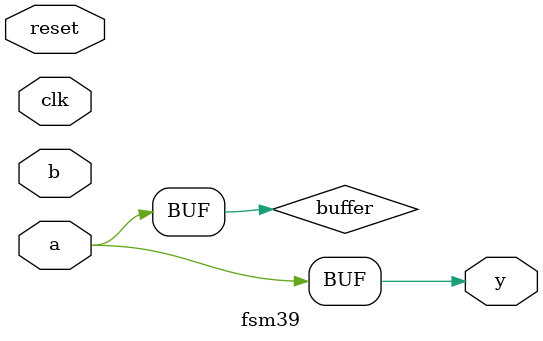
<source format=sv>
module fsm39(
    input logic a,b,clk,reset,
    output logic y
);

    logic state, nextstate, buffer;

    //  state register
    always @(posedge clk, posedge reset)
    begin
        if (reset) state <= 1'b0;
        else state <= nextstate;
    end

    //  nextstate logic
    always @(*)
    begin
        if (b) nextstate = 1'b1;
        else nextstate = 1'b0;
    end

    assign buffer = a;
    assign y = state ? (a & buffer) : (a | buffer);

endmodule
</source>
